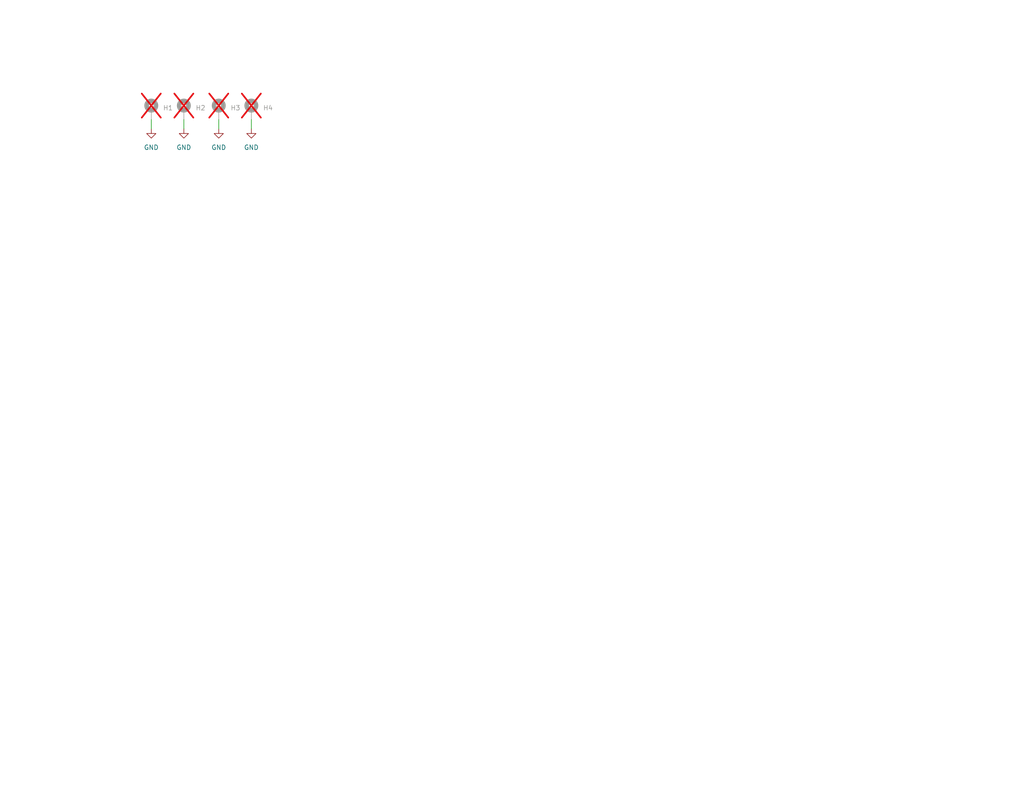
<source format=kicad_sch>
(kicad_sch (version 20250114) (generator "eeschema") (generator_version "9.0")
  (paper "USLetter")
  (title_block (title "12-12 Teensy G4.1 Arena Modular LED Display") (date "2024-12-23") (rev "v9.2") (company "IORodeo for Reiserlab @ Janelia"))
  (lib_symbols
    (symbol "Mechanical:MountingHole_Pad" (pin_numbers (hide yes)) (pin_names (offset 1.016) (hide yes))
      (property "Reference" "H" (at 0 6.35 0))
      (property "Value" "MountingHole_Pad" (at 0 4.445 0))
      (symbol "MountingHole_Pad_0_1"
        (circle (center 0 1.27) (radius 1.27) (stroke (width 1.27)))
      )
      (symbol "MountingHole_Pad_1_1"
        (pin input line (at 0 -2.54 90) (length 2.54) (name "1") (number "1"))
      )
    )
    (symbol "power:GND" (power) (pin_names (offset 0))
      (property "Value" "GND" (at 0 -3.81 0))
      (symbol "GND_0_1"
        (polyline (pts (xy 0 0) (xy 0 -1.27) (xy 1.27 -1.27) (xy 0 -2.54) (xy -1.27 -1.27) (xy 0 -1.27)))
      )
      (symbol "GND_1_1"
        (pin power_in line (at 0 0 270) (length 0) (hide yes) (name "GND") (number "1"))
      )
    )
  )
  (wire (pts (xy 41.275 32.639) (xy 41.275 35.179)))
  (wire (pts (xy 59.69 32.639) (xy 59.69 35.179)))
  (wire (pts (xy 68.58 32.639) (xy 68.58 35.179)))
  (wire (pts (xy 50.165 32.639) (xy 50.165 35.179)))
  (symbol (lib_id "power:GND") (at 68.58 35.179 0) (mirror y) (unit 1)
    (property "Reference" "#PWR011" (effects (hide yes)))
    (property "Value" "GND" (at 68.58 40.259 0))
  )
  (symbol (lib_id "Mechanical:MountingHole_Pad") (at 50.165 30.099 0) (unit 1) (dnp yes)
    (property "Reference" "H2" (at 53.34 29.464 0) (effects (justify left)))
    (property "Value" "MountingHole_Pad" (effects (hide yes)))
    (property "Footprint" "MountingHole:MountingHole_4.5mm_Pad" (effects (hide yes)))
  )
  (symbol (lib_id "power:GND") (at 50.165 35.179 0) (mirror y) (unit 1)
    (property "Reference" "#PWR09" (effects (hide yes)))
    (property "Value" "GND" (at 50.165 40.259 0))
  )
  (symbol (lib_id "power:GND") (at 41.275 35.179 0) (mirror y) (unit 1)
    (property "Reference" "#PWR08" (effects (hide yes)))
    (property "Value" "GND" (at 41.275 40.259 0))
  )
  (symbol (lib_id "Mechanical:MountingHole_Pad") (at 59.69 30.099 0) (unit 1) (dnp yes)
    (property "Reference" "H3" (at 62.865 29.464 0) (effects (justify left)))
    (property "Value" "MountingHole_Pad" (effects (hide yes)))
    (property "Footprint" "MountingHole:MountingHole_4.5mm_Pad" (effects (hide yes)))
  )
  (symbol (lib_id "Mechanical:MountingHole_Pad") (at 41.275 30.099 0) (unit 1) (dnp yes)
    (property "Reference" "H1" (at 44.45 29.464 0) (effects (justify left)))
    (property "Value" "MountingHole_Pad" (effects (hide yes)))
    (property "Footprint" "MountingHole:MountingHole_4.5mm_Pad" (effects (hide yes)))
  )
  (symbol (lib_id "power:GND") (at 59.69 35.179 0) (mirror y) (unit 1)
    (property "Reference" "#PWR010" (effects (hide yes)))
    (property "Value" "GND" (at 59.69 40.259 0))
  )
  (symbol (lib_id "Mechanical:MountingHole_Pad") (at 68.58 30.099 0) (unit 1) (dnp yes)
    (property "Reference" "H4" (at 71.755 29.464 0) (effects (justify left)))
    (property "Value" "MountingHole_Pad" (effects (hide yes)))
    (property "Footprint" "MountingHole:MountingHole_4.5mm_Pad" (effects (hide yes)))
  )
)
</source>
